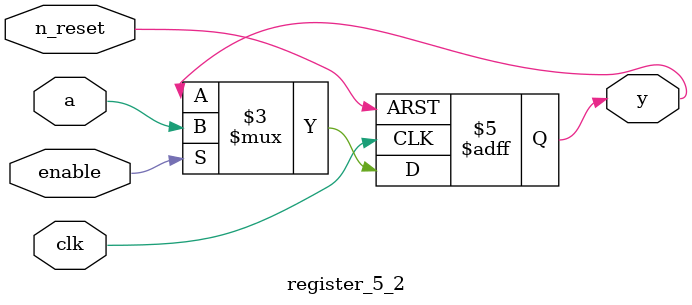
<source format=sv>
/**
 * An n-bit register that is triggered on the rising edge of the clock and
 * that has an asynchronous active low reset and a synchronous enable signal.
 * It fulfills the requirements of the "For you to do" part in lecture 5.2.
 */
module register_5_2 #(
	parameter N = 1
) (
	output logic [N-1:0] y,
	input  logic         clk,
	input  logic         n_reset,
	input  logic         enable,
	input  logic         a
);

always_ff @(posedge clk, negedge n_reset) begin
	if (!n_reset)
		y <= '0;
	else if (enable)
		y <= a;
end

endmodule

</source>
